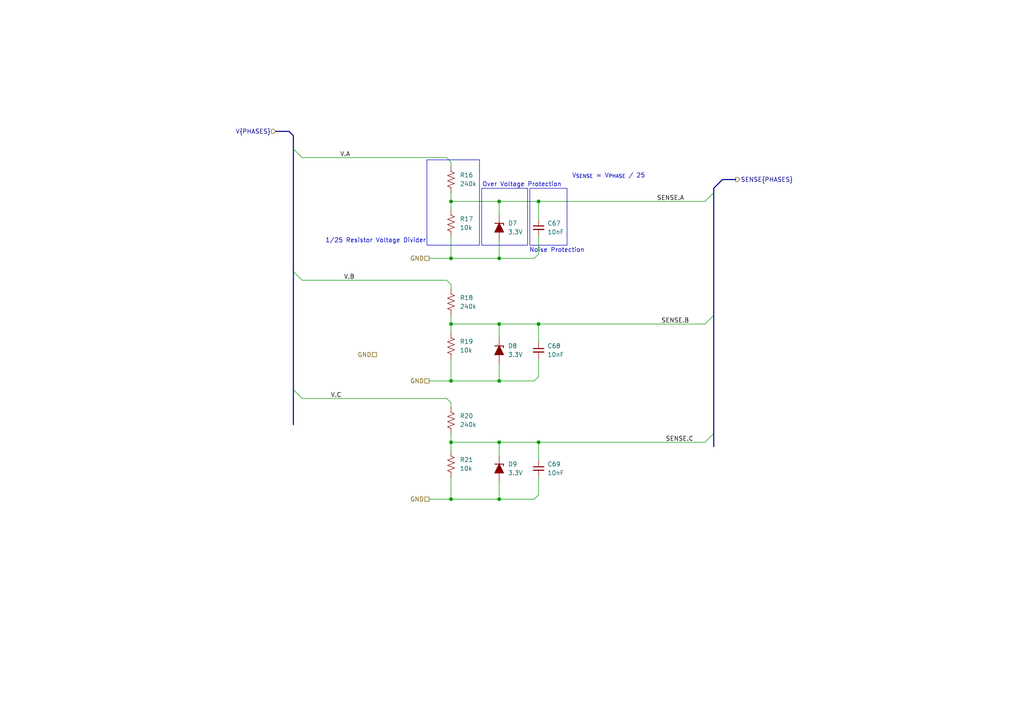
<source format=kicad_sch>
(kicad_sch (version 20231120) (generator "eeschema") (generator_version "8.0")
  (paper "A4")
  (title_block (title "Phase Voltage Sensors") (date "2024-05-19") (rev "1") (company "Crab Labs") (comment 1 "Author: Orion Serup") (comment 2 "License: CERN-OHL-W-2.0"))
  (lib_symbols
    (symbol "Device:C_Small" (pin_numbers hide) (pin_names (offset 0.254) hide)
      (property "Reference" "C" (at 0.254 1.778 0))
      (property "Value" "C_Small" (at 0.254 -2.032 0))
      (symbol "C_Small_0_1"
        (polyline (pts (xy -1.524 -0.508) (xy 1.524 -0.508)) (stroke (width 0.3302)))
        (polyline (pts (xy -1.524 0.508) (xy 1.524 0.508)) (stroke (width 0.3048)))
      )
      (symbol "C_Small_1_1"
        (pin passive line (at 0 2.54 270) (length 2.032) (name "~") (number "1"))
        (pin passive line (at 0 -2.54 90) (length 2.032) (name "~") (number "2"))
      )
    )
    (symbol "Device:D_Zener_Filled" (pin_numbers hide) (pin_names (offset 1.016) hide)
      (property "Reference" "D" (at 0 2.54 0))
      (property "Value" "D_Zener_Filled" (at 0 -2.54 0))
      (symbol "D_Zener_Filled_0_1"
        (polyline (pts (xy 1.27 0) (xy -1.27 0)))
        (polyline (pts (xy -1.27 -1.27) (xy -1.27 1.27) (xy -0.762 1.27)) (stroke (width 0.254)))
        (polyline (pts (xy 1.27 -1.27) (xy 1.27 1.27) (xy -1.27 0) (xy 1.27 -1.27)) (stroke (width 0.254)) (fill (type outline)))
      )
      (symbol "D_Zener_Filled_1_1"
        (pin passive line (at -3.81 0 0) (length 2.54) (name "K") (number "1"))
        (pin passive line (at 3.81 0 180) (length 2.54) (name "A") (number "2"))
      )
    )
    (symbol "Device:R_US" (pin_numbers hide) (pin_names (offset 0))
      (property "Reference" "R" (at 2.54 0 90))
      (property "Value" "R_US" (at -2.54 0 90))
      (symbol "R_US_0_1"
        (polyline (pts (xy 0 -2.286) (xy 0 -2.54)))
        (polyline (pts (xy 0 2.286) (xy 0 2.54)))
        (polyline (pts (xy 0 -0.762) (xy 1.016 -1.143) (xy 0 -1.524) (xy -1.016 -1.905) (xy 0 -2.286)))
        (polyline (pts (xy 0 0.762) (xy 1.016 0.381) (xy 0 0) (xy -1.016 -0.381) (xy 0 -0.762)))
        (polyline (pts (xy 0 2.286) (xy 1.016 1.905) (xy 0 1.524) (xy -1.016 1.143) (xy 0 0.762)))
      )
      (symbol "R_US_1_1"
        (pin passive line (at 0 3.81 270) (length 1.27) (name "~") (number "1"))
        (pin passive line (at 0 -3.81 90) (length 1.27) (name "~") (number "2"))
      )
    )
  )
  (junction (at 130.81 128.27))
  (junction (at 130.81 58.42))
  (junction (at 144.78 74.93))
  (junction (at 144.78 144.78))
  (junction (at 130.81 93.98))
  (junction (at 130.81 74.93))
  (junction (at 156.21 128.27))
  (junction (at 130.81 144.78))
  (junction (at 144.78 110.49))
  (junction (at 144.78 128.27))
  (junction (at 156.21 58.42))
  (junction (at 144.78 58.42))
  (junction (at 156.21 93.98))
  (junction (at 130.81 110.49))
  (junction (at 144.78 93.98))
  (bus_entry (at 85.09 43.18) (size 2.54 2.54))
  (bus_entry (at 85.09 78.74) (size 2.54 2.54))
  (bus_entry (at 85.09 113.03) (size 2.54 2.54))
  (bus_entry (at 207.01 125.73) (size -2.54 2.54))
  (bus_entry (at 207.01 55.88) (size -2.54 2.54))
  (bus_entry (at 207.01 91.44) (size -2.54 2.54))
  (wire (pts (xy 130.81 68.58) (xy 130.81 74.93)))
  (wire (pts (xy 130.81 125.73) (xy 130.81 128.27)))
  (wire (pts (xy 156.21 93.98) (xy 156.21 99.06)))
  (wire (pts (xy 87.63 81.28) (xy 129.54 81.28)))
  (bus (pts (xy 85.09 78.74) (xy 85.09 113.03)))
  (bus (pts (xy 85.09 39.37) (xy 85.09 43.18)))
  (wire (pts (xy 129.54 81.28) (xy 130.81 82.55)))
  (wire (pts (xy 130.81 55.88) (xy 130.81 58.42)))
  (wire (pts (xy 156.21 138.43) (xy 156.21 143.51)))
  (wire (pts (xy 124.46 110.49) (xy 130.81 110.49)))
  (wire (pts (xy 130.81 128.27) (xy 130.81 130.81)))
  (wire (pts (xy 156.21 68.58) (xy 156.21 73.66)))
  (wire (pts (xy 130.81 82.55) (xy 130.81 83.82)))
  (wire (pts (xy 156.21 109.22) (xy 154.94 110.49)))
  (wire (pts (xy 144.78 110.49) (xy 154.94 110.49)))
  (wire (pts (xy 87.63 45.72) (xy 129.54 45.72)))
  (bus (pts (xy 207.01 91.44) (xy 207.01 55.88)))
  (wire (pts (xy 124.46 74.93) (xy 130.81 74.93)))
  (wire (pts (xy 130.81 138.43) (xy 130.81 144.78)))
  (wire (pts (xy 129.54 45.72) (xy 130.81 46.99)))
  (bus (pts (xy 83.82 38.1) (xy 85.09 39.37)))
  (wire (pts (xy 130.81 58.42) (xy 144.78 58.42)))
  (wire (pts (xy 156.21 73.66) (xy 154.94 74.93)))
  (wire (pts (xy 156.21 58.42) (xy 156.21 63.5)))
  (bus (pts (xy 209.55 52.07) (xy 207.01 54.61)))
  (wire (pts (xy 130.81 144.78) (xy 144.78 144.78)))
  (wire (pts (xy 87.63 115.57) (xy 129.54 115.57)))
  (wire (pts (xy 130.81 93.98) (xy 144.78 93.98)))
  (wire (pts (xy 156.21 93.98) (xy 204.47 93.98)))
  (wire (pts (xy 130.81 128.27) (xy 144.78 128.27)))
  (bus (pts (xy 85.09 43.18) (xy 85.09 78.74)))
  (wire (pts (xy 144.78 139.7) (xy 144.78 144.78)))
  (wire (pts (xy 130.81 74.93) (xy 144.78 74.93)))
  (wire (pts (xy 129.54 115.57) (xy 130.81 116.84)))
  (wire (pts (xy 130.81 110.49) (xy 144.78 110.49)))
  (wire (pts (xy 144.78 93.98) (xy 156.21 93.98)))
  (bus (pts (xy 207.01 91.44) (xy 207.01 125.73)))
  (wire (pts (xy 144.78 105.41) (xy 144.78 110.49)))
  (wire (pts (xy 130.81 46.99) (xy 130.81 48.26)))
  (wire (pts (xy 156.21 128.27) (xy 204.47 128.27)))
  (wire (pts (xy 144.78 74.93) (xy 154.94 74.93)))
  (wire (pts (xy 144.78 128.27) (xy 156.21 128.27)))
  (wire (pts (xy 130.81 116.84) (xy 130.81 118.11)))
  (wire (pts (xy 156.21 104.14) (xy 156.21 109.22)))
  (bus (pts (xy 207.01 125.73) (xy 207.01 129.54)))
  (wire (pts (xy 144.78 93.98) (xy 144.78 97.79)))
  (wire (pts (xy 130.81 104.14) (xy 130.81 110.49)))
  (bus (pts (xy 207.01 54.61) (xy 207.01 55.88)))
  (wire (pts (xy 144.78 128.27) (xy 144.78 132.08)))
  (wire (pts (xy 144.78 144.78) (xy 154.94 144.78)))
  (wire (pts (xy 144.78 58.42) (xy 156.21 58.42)))
  (wire (pts (xy 124.46 144.78) (xy 130.81 144.78)))
  (bus (pts (xy 213.36 52.07) (xy 209.55 52.07)))
  (wire (pts (xy 144.78 69.85) (xy 144.78 74.93)))
  (wire (pts (xy 144.78 58.42) (xy 144.78 62.23)))
  (wire (pts (xy 130.81 58.42) (xy 130.81 60.96)))
  (wire (pts (xy 156.21 143.51) (xy 154.94 144.78)))
  (bus (pts (xy 80.01 38.1) (xy 83.82 38.1)))
  (wire (pts (xy 130.81 93.98) (xy 130.81 96.52)))
  (wire (pts (xy 130.81 91.44) (xy 130.81 93.98)))
  (bus (pts (xy 85.09 113.03) (xy 85.09 123.19)))
  (wire (pts (xy 156.21 128.27) (xy 156.21 133.35)))
  (wire (pts (xy 156.21 58.42) (xy 204.47 58.42)))
  (rectangle (start 123.825 46.355) (end 139.065 71.12))
  (rectangle (start 153.67 54.61) (end 164.465 71.12))
  (rectangle (start 139.7 54.61) (end 153.035 71.12))
  (text "Noise Protection" (at 161.544 72.644 0) (effects (font (size 1.27 1.27))))
  (text "Over Voltage Protection\n" (at 151.384 53.594 0) (effects (font (size 1.27 1.27))))
  (text "1/25 Resistor Voltage Divider\n" (at 108.966 69.85 0) (effects (font (size 1.27 1.27))))
  (text "V_{SENSE} = V_{PHASE} / 25" (at 176.53 51.054 0) (effects (font (size 1.27 1.27))))
  (label "V.C" (at 99.06 115.57 180))
  (label "SENSE.C" (at 193.04 128.27 0))
  (label "SENSE.B" (at 191.77 93.98 0))
  (label "V.A" (at 101.6 45.72 180))
  (label "V.B" (at 102.87 81.28 180))
  (label "SENSE.A" (at 190.5 58.42 0))
  (hierarchical_label "GND" (shape passive) (at 109.22 102.87 180))
  (hierarchical_label "V{PHASES}" (shape input) (at 80.01 38.1 180))
  (hierarchical_label "GND" (shape passive) (at 124.46 144.78 180))
  (hierarchical_label "SENSE{PHASES}" (shape output) (at 213.36 52.07 0))
  (hierarchical_label "GND" (shape passive) (at 124.46 74.93 180))
  (hierarchical_label "GND" (shape passive) (at 124.46 110.49 180))
  (symbol (lib_id "Device:C_Small") (at 156.21 66.04 0) (unit 1)
    (property "Reference" "C67" (at 158.75 64.7762 0) (effects (justify left)))
    (property "Value" "10nF" (at 158.75 67.3162 0) (effects (justify left)))
    (property "Footprint" "Capacitor_SMD:C_0603_1608Metric" (effects (hide yes)))
    (property "Description" "Unpolarized capacitor, small symbol" (effects (hide yes)))
    (property "Rating" "5V" (effects (hide yes)))
    (property "Manufacturer_Part_Number" "CSA0603X7R103K500JT" (effects (hide yes)))
    (property "Source" "LCSC" (effects (hide yes)))
  )
  (symbol (lib_id "Device:R_US") (at 130.81 134.62 0) (unit 1)
    (property "Reference" "R21" (at 133.35 133.3499 0) (effects (justify left)))
    (property "Value" "10k" (at 133.35 135.8899 0) (effects (justify left)))
    (property "Footprint" "Resistor_SMD:R_0603_1608Metric" (effects (hide yes)))
    (property "Description" "Resistor, US symbol" (effects (hide yes)))
    (property "Rating" "100mW" (effects (hide yes)))
    (property "Source" "LCSC" (effects (hide yes)))
    (property "Manufacturer_Part_Number" "SCR0603J10K" (effects (hide yes)))
  )
  (symbol (lib_id "Device:R_US") (at 130.81 64.77 0) (unit 1)
    (property "Reference" "R17" (at 133.35 63.4999 0) (effects (justify left)))
    (property "Value" "10k" (at 133.35 66.0399 0) (effects (justify left)))
    (property "Footprint" "Resistor_SMD:R_0603_1608Metric" (effects (hide yes)))
    (property "Description" "Resistor, US symbol" (effects (hide yes)))
    (property "Rating" "100mW" (effects (hide yes)))
    (property "Source" "LCSC" (effects (hide yes)))
    (property "Manufacturer_Part_Number" "SCR0603J10K" (effects (hide yes)))
  )
  (symbol (lib_id "Device:R_US") (at 130.81 121.92 0) (unit 1)
    (property "Reference" "R20" (at 133.35 120.6499 0) (effects (justify left)))
    (property "Value" "240k" (at 133.35 123.1899 0) (effects (justify left)))
    (property "Footprint" "Resistor_SMD:R_0603_1608Metric" (effects (hide yes)))
    (property "Description" "Resistor, US symbol" (effects (hide yes)))
    (property "Rating" "100mW" (effects (hide yes)))
    (property "Source" "LCSC" (effects (hide yes)))
    (property "Manufacturer_Part_Number" "RTT03304JTP" (effects (hide yes)))
  )
  (symbol (lib_id "Device:R_US") (at 130.81 87.63 0) (unit 1)
    (property "Reference" "R18" (at 133.35 86.3599 0) (effects (justify left)))
    (property "Value" "240k" (at 133.35 88.8999 0) (effects (justify left)))
    (property "Footprint" "Resistor_SMD:R_0603_1608Metric" (effects (hide yes)))
    (property "Description" "Resistor, US symbol" (effects (hide yes)))
    (property "Rating" "100mW" (effects (hide yes)))
    (property "Source" "LCSC" (effects (hide yes)))
    (property "Manufacturer_Part_Number" "RTT03304JTP" (effects (hide yes)))
  )
  (symbol (lib_id "Device:R_US") (at 130.81 52.07 0) (unit 1)
    (property "Reference" "R16" (at 133.35 50.7999 0) (effects (justify left)))
    (property "Value" "240k" (at 133.35 53.3399 0) (effects (justify left)))
    (property "Footprint" "Resistor_SMD:R_0603_1608Metric" (effects (hide yes)))
    (property "Description" "Resistor, US symbol" (effects (hide yes)))
    (property "Rating" "100mW" (effects (hide yes)))
    (property "Source" "LCSC" (effects (hide yes)))
    (property "Manufacturer_Part_Number" "RTT03304JTP" (effects (hide yes)))
  )
  (symbol (lib_id "Device:D_Zener_Filled") (at 144.78 66.04 270) (unit 1)
    (property "Reference" "D7" (at 147.32 64.7699 90) (effects (justify left)))
    (property "Value" "3.3V" (at 147.32 67.3099 90) (effects (justify left)))
    (property "Footprint" "Diode_SMD:D_SOD-323" (effects (hide yes)))
    (property "Description" "Zener diode, filled shape" (effects (hide yes)))
    (property "Rating" "1A" (effects (hide yes)))
    (property "Manufacturer_Part_Number" "BZT52C3V3S" (effects (hide yes)))
    (property "Source" "LCSC" (effects (hide yes)))
  )
  (symbol (lib_id "Device:C_Small") (at 156.21 101.6 0) (unit 1)
    (property "Reference" "C68" (at 158.75 100.3362 0) (effects (justify left)))
    (property "Value" "10nF" (at 158.75 102.8762 0) (effects (justify left)))
    (property "Footprint" "Capacitor_SMD:C_0603_1608Metric" (effects (hide yes)))
    (property "Description" "Unpolarized capacitor, small symbol" (effects (hide yes)))
    (property "Rating" "5V" (effects (hide yes)))
    (property "Manufacturer_Part_Number" "CSA0603X7R103K500JT" (effects (hide yes)))
    (property "Source" "LCSC" (effects (hide yes)))
  )
  (symbol (lib_id "Device:R_US") (at 130.81 100.33 0) (unit 1)
    (property "Reference" "R19" (at 133.35 99.0599 0) (effects (justify left)))
    (property "Value" "10k" (at 133.35 101.5999 0) (effects (justify left)))
    (property "Footprint" "Resistor_SMD:R_0603_1608Metric" (effects (hide yes)))
    (property "Description" "Resistor, US symbol" (effects (hide yes)))
    (property "Rating" "100mW" (effects (hide yes)))
    (property "Source" "LCSC" (effects (hide yes)))
    (property "Manufacturer_Part_Number" "SCR0603J10K" (effects (hide yes)))
  )
  (symbol (lib_id "Device:D_Zener_Filled") (at 144.78 101.6 270) (unit 1)
    (property "Reference" "D8" (at 147.32 100.3299 90) (effects (justify left)))
    (property "Value" "3.3V" (at 147.32 102.8699 90) (effects (justify left)))
    (property "Footprint" "Diode_SMD:D_SOD-323" (effects (hide yes)))
    (property "Description" "Zener diode, filled shape" (effects (hide yes)))
    (property "Rating" "1A" (effects (hide yes)))
    (property "Manufacturer_Part_Number" "BZT52C3V3S" (effects (hide yes)))
    (property "Source" "LCSC" (effects (hide yes)))
  )
  (symbol (lib_id "Device:C_Small") (at 156.21 135.89 0) (unit 1)
    (property "Reference" "C69" (at 158.75 134.6262 0) (effects (justify left)))
    (property "Value" "10nF" (at 158.75 137.1662 0) (effects (justify left)))
    (property "Footprint" "Capacitor_SMD:C_0603_1608Metric" (effects (hide yes)))
    (property "Description" "Unpolarized capacitor, small symbol" (effects (hide yes)))
    (property "Rating" "5V" (effects (hide yes)))
    (property "Manufacturer_Part_Number" "CSA0603X7R103K500JT" (effects (hide yes)))
    (property "Source" "LCSC" (effects (hide yes)))
  )
  (symbol (lib_id "Device:D_Zener_Filled") (at 144.78 135.89 270) (unit 1)
    (property "Reference" "D9" (at 147.32 134.6199 90) (effects (justify left)))
    (property "Value" "3.3V" (at 147.32 137.1599 90) (effects (justify left)))
    (property "Footprint" "Diode_SMD:D_SOD-323" (effects (hide yes)))
    (property "Description" "Zener diode, filled shape" (effects (hide yes)))
    (property "Rating" "1A" (effects (hide yes)))
    (property "Manufacturer_Part_Number" "BZT52C3V3S" (effects (hide yes)))
    (property "Source" "LCSC" (effects (hide yes)))
  )
)
</source>
